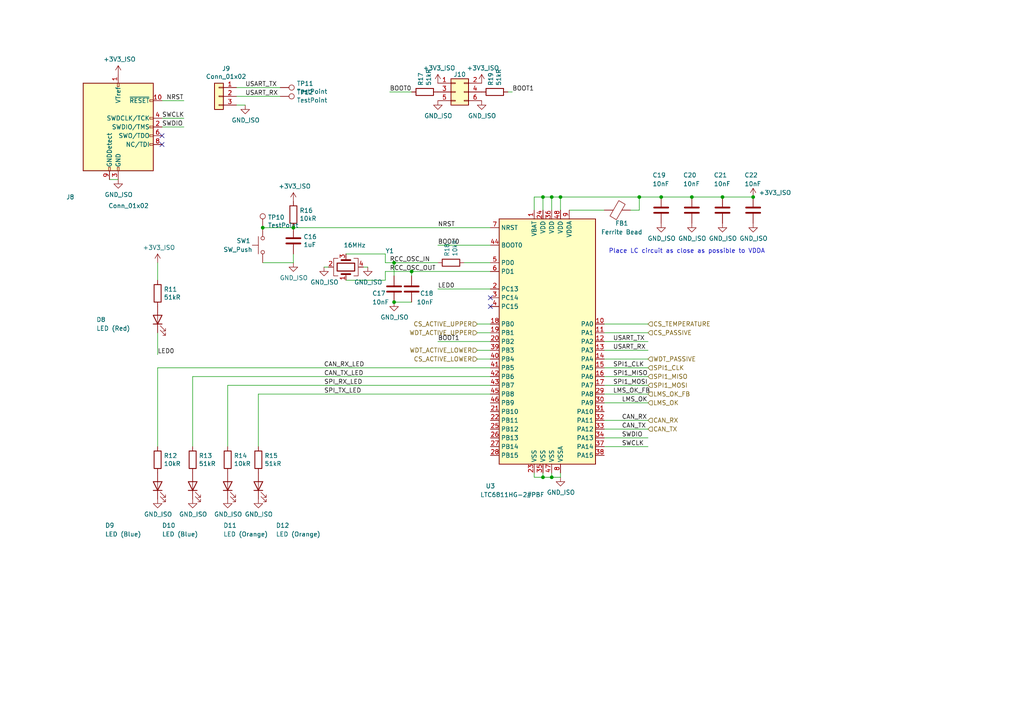
<source format=kicad_sch>
(kicad_sch (version 20211123) (generator eeschema)
  (paper "A4")
  (lib_symbols
    (symbol "+3V3_ISO_1" (power) (pin_names (offset 0))
      (property "Value" "+3V3_ISO_1" (at 0 3.556 0))
      (symbol "+3V3_ISO_1_0_1"
        (polyline (pts (xy -0.762 1.27) (xy 0 2.54)))
        (polyline (pts (xy 0 0) (xy 0 2.54)))
        (polyline (pts (xy 0 2.54) (xy 0.762 1.27)))
      )
      (symbol "+3V3_ISO_1_1_1"
        (pin power_in line (at 0 0 90) (length 0) hide (name "+3V3_ISO") (number "1"))
      )
    )
    (symbol "+3V3_ISO_2" (power) (pin_names (offset 0))
      (property "Value" "+3V3_ISO_2" (at 0 3.556 0))
      (symbol "+3V3_ISO_2_0_1"
        (polyline (pts (xy -0.762 1.27) (xy 0 2.54)))
        (polyline (pts (xy 0 0) (xy 0 2.54)))
        (polyline (pts (xy 0 2.54) (xy 0.762 1.27)))
      )
      (symbol "+3V3_ISO_2_1_1"
        (pin power_in line (at 0 0 90) (length 0) hide (name "+3V3_ISO") (number "1"))
      )
    )
    (symbol "+3V3_ISO_3" (power) (pin_names (offset 0))
      (property "Value" "+3V3_ISO_3" (at 0 3.556 0))
      (symbol "+3V3_ISO_3_0_1"
        (polyline (pts (xy -0.762 1.27) (xy 0 2.54)))
        (polyline (pts (xy 0 0) (xy 0 2.54)))
        (polyline (pts (xy 0 2.54) (xy 0.762 1.27)))
      )
      (symbol "+3V3_ISO_3_1_1"
        (pin power_in line (at 0 0 90) (length 0) hide (name "+3V3_ISO") (number "1"))
      )
    )
    (symbol "+3V3_ISO_4" (power) (pin_names (offset 0))
      (property "Value" "+3V3_ISO_4" (at 0 3.556 0))
      (symbol "+3V3_ISO_4_0_1"
        (polyline (pts (xy -0.762 1.27) (xy 0 2.54)))
        (polyline (pts (xy 0 0) (xy 0 2.54)))
        (polyline (pts (xy 0 2.54) (xy 0.762 1.27)))
      )
      (symbol "+3V3_ISO_4_1_1"
        (pin power_in line (at 0 0 90) (length 0) hide (name "+3V3_ISO") (number "1"))
      )
    )
    (symbol "+3v3_iso:+3V3_ISO" (power) (pin_names (offset 0))
      (property "Value" "+3V3_ISO" (at 0 3.556 0))
      (symbol "+3V3_ISO_0_1"
        (polyline (pts (xy -0.762 1.27) (xy 0 2.54)))
        (polyline (pts (xy 0 0) (xy 0 2.54)))
        (polyline (pts (xy 0 2.54) (xy 0.762 1.27)))
      )
      (symbol "+3V3_ISO_1_1"
        (pin power_in line (at 0 0 90) (length 0) hide (name "+3V3_ISO") (number "1"))
      )
    )
    (symbol "Connector:Conn_ARM_JTAG_SWD_10" (pin_names (offset 1.016))
      (property "Reference" "J" (at -2.54 16.51 0))
      (property "Value" "Conn_ARM_JTAG_SWD_10" (at -2.54 13.97 0))
      (symbol "Conn_ARM_JTAG_SWD_10_0_1"
        (rectangle (start -10.16 12.7) (end 10.16 -12.7) (stroke (width 0.254)) (fill (type background)))
        (rectangle (start -2.794 -12.7) (end -2.286 -11.684))
        (rectangle (start -0.254 -12.7) (end 0.254 -11.684))
        (rectangle (start -0.254 12.7) (end 0.254 11.684))
        (rectangle (start 9.144 2.286) (end 10.16 2.794))
        (rectangle (start 10.16 -2.794) (end 9.144 -2.286))
        (rectangle (start 10.16 -0.254) (end 9.144 0.254))
        (rectangle (start 10.16 7.874) (end 9.144 7.366))
      )
      (symbol "Conn_ARM_JTAG_SWD_10_1_1"
        (rectangle (start 9.144 -5.334) (end 10.16 -4.826))
        (pin power_in line (at 0 15.24 270) (length 2.54) (name "VTref") (number "1"))
        (pin open_collector line (at 12.7 7.62 180) (length 2.54) (name "~{RESET}") (number "10"))
        (pin bidirectional line (at 12.7 0 180) (length 2.54) (name "SWDIO/TMS") (number "2"))
        (pin power_in line (at 0 -15.24 90) (length 2.54) (name "GND") (number "3"))
        (pin output line (at 12.7 2.54 180) (length 2.54) (name "SWDCLK/TCK") (number "4"))
        (pin passive line (at 0 -15.24 90) (length 2.54) hide (name "GND") (number "5"))
        (pin input line (at 12.7 -2.54 180) (length 2.54) (name "SWO/TDO") (number "6"))
        (pin no_connect line (at -10.16 0 0) (length 2.54) hide (name "KEY") (number "7"))
        (pin output line (at 12.7 -5.08 180) (length 2.54) (name "NC/TDI") (number "8"))
        (pin passive line (at -2.54 -15.24 90) (length 2.54) (name "GNDDetect") (number "9"))
      )
    )
    (symbol "Connector:TestPoint" (pin_numbers hide) (pin_names (offset 0.762) hide)
      (property "Reference" "TP" (at 0 6.858 0))
      (property "Value" "TestPoint" (at 0 5.08 0))
      (symbol "TestPoint_0_1"
        (circle (center 0 3.302) (radius 0.762))
      )
      (symbol "TestPoint_1_1"
        (pin passive line (at 0 0 90) (length 2.54) (name "1") (number "1"))
      )
    )
    (symbol "Connector_Generic:Conn_01x03" (pin_names (offset 1.016) hide)
      (property "Reference" "J" (at 0 5.08 0))
      (property "Value" "Conn_01x03" (at 0 -5.08 0))
      (symbol "Conn_01x03_1_1"
        (rectangle (start -1.27 -2.413) (end 0 -2.667) (stroke (width 0.1524)))
        (rectangle (start -1.27 0.127) (end 0 -0.127) (stroke (width 0.1524)))
        (rectangle (start -1.27 2.667) (end 0 2.413) (stroke (width 0.1524)))
        (rectangle (start -1.27 3.81) (end 1.27 -3.81) (stroke (width 0.254)) (fill (type background)))
        (pin passive line (at -5.08 2.54 0) (length 3.81) (name "Pin_1") (number "1"))
        (pin passive line (at -5.08 0 0) (length 3.81) (name "Pin_2") (number "2"))
        (pin passive line (at -5.08 -2.54 0) (length 3.81) (name "Pin_3") (number "3"))
      )
    )
    (symbol "Connector_Generic:Conn_02x03_Odd_Even" (pin_names (offset 1.016) hide)
      (property "Reference" "J" (at 1.27 5.08 0))
      (property "Value" "Conn_02x03_Odd_Even" (at 1.27 -5.08 0))
      (symbol "Conn_02x03_Odd_Even_1_1"
        (rectangle (start -1.27 -2.413) (end 0 -2.667) (stroke (width 0.1524)))
        (rectangle (start -1.27 0.127) (end 0 -0.127) (stroke (width 0.1524)))
        (rectangle (start -1.27 2.667) (end 0 2.413) (stroke (width 0.1524)))
        (rectangle (start -1.27 3.81) (end 3.81 -3.81) (stroke (width 0.254)) (fill (type background)))
        (rectangle (start 3.81 -2.413) (end 2.54 -2.667) (stroke (width 0.1524)))
        (rectangle (start 3.81 0.127) (end 2.54 -0.127) (stroke (width 0.1524)))
        (rectangle (start 3.81 2.667) (end 2.54 2.413) (stroke (width 0.1524)))
        (pin passive line (at -5.08 2.54 0) (length 3.81) (name "Pin_1") (number "1"))
        (pin passive line (at 7.62 2.54 180) (length 3.81) (name "Pin_2") (number "2"))
        (pin passive line (at -5.08 0 0) (length 3.81) (name "Pin_3") (number "3"))
        (pin passive line (at 7.62 0 180) (length 3.81) (name "Pin_4") (number "4"))
        (pin passive line (at -5.08 -2.54 0) (length 3.81) (name "Pin_5") (number "5"))
        (pin passive line (at 7.62 -2.54 180) (length 3.81) (name "Pin_6") (number "6"))
      )
    )
    (symbol "Device:C" (pin_numbers hide) (pin_names (offset 0.254))
      (property "Reference" "C" (at 0.635 2.54 0))
      (property "Value" "C" (at 0.635 -2.54 0))
      (symbol "C_0_1"
        (polyline (pts (xy -2.032 -0.762) (xy 2.032 -0.762)) (stroke (width 0.508)))
        (polyline (pts (xy -2.032 0.762) (xy 2.032 0.762)) (stroke (width 0.508)))
      )
      (symbol "C_1_1"
        (pin passive line (at 0 3.81 270) (length 2.794) (name "~") (number "1"))
        (pin passive line (at 0 -3.81 90) (length 2.794) (name "~") (number "2"))
      )
    )
    (symbol "Device:Crystal_GND24" (pin_names (offset 1.016) hide)
      (property "Reference" "Y" (at 3.175 5.08 0))
      (property "Value" "Crystal_GND24" (at 3.175 3.175 0))
      (symbol "Crystal_GND24_0_1"
        (rectangle (start -1.143 2.54) (end 1.143 -2.54) (stroke (width 0.3048)))
        (polyline (pts (xy -2.54 0) (xy -2.032 0)))
        (polyline (pts (xy -2.032 -1.27) (xy -2.032 1.27)) (stroke (width 0.508)))
        (polyline (pts (xy 0 -3.81) (xy 0 -3.556)))
        (polyline (pts (xy 0 3.556) (xy 0 3.81)))
        (polyline (pts (xy 2.032 -1.27) (xy 2.032 1.27)) (stroke (width 0.508)))
        (polyline (pts (xy 2.032 0) (xy 2.54 0)))
        (polyline (pts (xy -2.54 -2.286) (xy -2.54 -3.556) (xy 2.54 -3.556) (xy 2.54 -2.286)))
        (polyline (pts (xy -2.54 2.286) (xy -2.54 3.556) (xy 2.54 3.556) (xy 2.54 2.286)))
      )
      (symbol "Crystal_GND24_1_1"
        (pin passive line (at -3.81 0 0) (length 1.27) (name "1") (number "1"))
        (pin passive line (at 0 5.08 270) (length 1.27) (name "2") (number "2"))
        (pin passive line (at 3.81 0 180) (length 1.27) (name "3") (number "3"))
        (pin passive line (at 0 -5.08 90) (length 1.27) (name "4") (number "4"))
      )
    )
    (symbol "Device:FerriteBead" (pin_numbers hide) (pin_names (offset 0))
      (property "Reference" "FB" (at -3.81 0.635 90))
      (property "Value" "FerriteBead" (at 3.81 0 90))
      (symbol "FerriteBead_0_1"
        (polyline (pts (xy 0 -1.27) (xy 0 -1.2192)))
        (polyline (pts (xy 0 1.27) (xy 0 1.2954)))
        (polyline (pts (xy -2.7686 0.4064) (xy -1.7018 2.2606) (xy 2.7686 -0.3048) (xy 1.6764 -2.159) (xy -2.7686 0.4064)))
      )
      (symbol "FerriteBead_1_1"
        (pin passive line (at 0 3.81 270) (length 2.54) (name "~") (number "1"))
        (pin passive line (at 0 -3.81 90) (length 2.54) (name "~") (number "2"))
      )
    )
    (symbol "Device:LED" (pin_numbers hide) (pin_names (offset 1.016) hide)
      (property "Reference" "D" (at 0 2.54 0))
      (property "Value" "LED" (at 0 -2.54 0))
      (symbol "LED_0_1"
        (polyline (pts (xy -1.27 -1.27) (xy -1.27 1.27)) (stroke (width 0.254)))
        (polyline (pts (xy -1.27 0) (xy 1.27 0)))
        (polyline (pts (xy 1.27 -1.27) (xy 1.27 1.27) (xy -1.27 0) (xy 1.27 -1.27)) (stroke (width 0.254)))
        (polyline (pts (xy -3.048 -0.762) (xy -4.572 -2.286) (xy -3.81 -2.286) (xy -4.572 -2.286) (xy -4.572 -1.524)))
        (polyline (pts (xy -1.778 -0.762) (xy -3.302 -2.286) (xy -2.54 -2.286) (xy -3.302 -2.286) (xy -3.302 -1.524)))
      )
      (symbol "LED_1_1"
        (pin passive line (at -3.81 0 0) (length 2.54) (name "K") (number "1"))
        (pin passive line (at 3.81 0 180) (length 2.54) (name "A") (number "2"))
      )
    )
    (symbol "Device:R" (pin_numbers hide) (pin_names (offset 0))
      (property "Reference" "R" (at 2.032 0 90))
      (property "Value" "R" (at 0 0 90))
      (symbol "R_0_1"
        (rectangle (start -1.016 -2.54) (end 1.016 2.54) (stroke (width 0.254)))
      )
      (symbol "R_1_1"
        (pin passive line (at 0 3.81 270) (length 1.27) (name "~") (number "1"))
        (pin passive line (at 0 -3.81 90) (length 1.27) (name "~") (number "2"))
      )
    )
    (symbol "GND_ISO_1" (power) (pin_names (offset 0))
      (property "Value" "GND_ISO_1" (at 0 -3.81 0))
      (symbol "GND_ISO_1_0_1"
        (polyline (pts (xy 0 0) (xy 0 -1.27) (xy 1.27 -1.27) (xy 0 -2.54) (xy -1.27 -1.27) (xy 0 -1.27)))
      )
      (symbol "GND_ISO_1_1_1"
        (pin power_in line (at 0 0 270) (length 0) hide (name "GND_ISO") (number "1"))
      )
    )
    (symbol "GND_ISO_10" (power) (pin_names (offset 0))
      (property "Value" "GND_ISO_10" (at 0 -3.81 0))
      (symbol "GND_ISO_10_0_1"
        (polyline (pts (xy 0 0) (xy 0 -1.27) (xy 1.27 -1.27) (xy 0 -2.54) (xy -1.27 -1.27) (xy 0 -1.27)))
      )
      (symbol "GND_ISO_10_1_1"
        (pin power_in line (at 0 0 270) (length 0) hide (name "GND_ISO") (number "1"))
      )
    )
    (symbol "GND_ISO_11" (power) (pin_names (offset 0))
      (property "Value" "GND_ISO_11" (at 0 -3.81 0))
      (symbol "GND_ISO_11_0_1"
        (polyline (pts (xy 0 0) (xy 0 -1.27) (xy 1.27 -1.27) (xy 0 -2.54) (xy -1.27 -1.27) (xy 0 -1.27)))
      )
      (symbol "GND_ISO_11_1_1"
        (pin power_in line (at 0 0 270) (length 0) hide (name "GND_ISO") (number "1"))
      )
    )
    (symbol "GND_ISO_12" (power) (pin_names (offset 0))
      (property "Value" "GND_ISO_12" (at 0 -3.81 0))
      (symbol "GND_ISO_12_0_1"
        (polyline (pts (xy 0 0) (xy 0 -1.27) (xy 1.27 -1.27) (xy 0 -2.54) (xy -1.27 -1.27) (xy 0 -1.27)))
      )
      (symbol "GND_ISO_12_1_1"
        (pin power_in line (at 0 0 270) (length 0) hide (name "GND_ISO") (number "1"))
      )
    )
    (symbol "GND_ISO_13" (power) (pin_names (offset 0))
      (property "Value" "GND_ISO_13" (at 0 -3.81 0))
      (symbol "GND_ISO_13_0_1"
        (polyline (pts (xy 0 0) (xy 0 -1.27) (xy 1.27 -1.27) (xy 0 -2.54) (xy -1.27 -1.27) (xy 0 -1.27)))
      )
      (symbol "GND_ISO_13_1_1"
        (pin power_in line (at 0 0 270) (length 0) hide (name "GND_ISO") (number "1"))
      )
    )
    (symbol "GND_ISO_14" (power) (pin_names (offset 0))
      (property "Value" "GND_ISO_14" (at 0 -3.81 0))
      (symbol "GND_ISO_14_0_1"
        (polyline (pts (xy 0 0) (xy 0 -1.27) (xy 1.27 -1.27) (xy 0 -2.54) (xy -1.27 -1.27) (xy 0 -1.27)))
      )
      (symbol "GND_ISO_14_1_1"
        (pin power_in line (at 0 0 270) (length 0) hide (name "GND_ISO") (number "1"))
      )
    )
    (symbol "GND_ISO_16" (power) (pin_names (offset 0))
      (property "Value" "GND_ISO_16" (at 0 -3.81 0))
      (symbol "GND_ISO_16_0_1"
        (polyline (pts (xy 0 0) (xy 0 -1.27) (xy 1.27 -1.27) (xy 0 -2.54) (xy -1.27 -1.27) (xy 0 -1.27)))
      )
      (symbol "GND_ISO_16_1_1"
        (pin power_in line (at 0 0 270) (length 0) hide (name "GND_ISO") (number "1"))
      )
    )
    (symbol "GND_ISO_17" (power) (pin_names (offset 0))
      (property "Value" "GND_ISO_17" (at 0 -3.81 0))
      (symbol "GND_ISO_17_0_1"
        (polyline (pts (xy 0 0) (xy 0 -1.27) (xy 1.27 -1.27) (xy 0 -2.54) (xy -1.27 -1.27) (xy 0 -1.27)))
      )
      (symbol "GND_ISO_17_1_1"
        (pin power_in line (at 0 0 270) (length 0) hide (name "GND_ISO") (number "1"))
      )
    )
    (symbol "GND_ISO_2" (power) (pin_names (offset 0))
      (property "Value" "GND_ISO_2" (at 0 -3.81 0))
      (symbol "GND_ISO_2_0_1"
        (polyline (pts (xy 0 0) (xy 0 -1.27) (xy 1.27 -1.27) (xy 0 -2.54) (xy -1.27 -1.27) (xy 0 -1.27)))
      )
      (symbol "GND_ISO_2_1_1"
        (pin power_in line (at 0 0 270) (length 0) hide (name "GND_ISO") (number "1"))
      )
    )
    (symbol "GND_ISO_3" (power) (pin_names (offset 0))
      (property "Value" "GND_ISO_3" (at 0 -3.81 0))
      (symbol "GND_ISO_3_0_1"
        (polyline (pts (xy 0 0) (xy 0 -1.27) (xy 1.27 -1.27) (xy 0 -2.54) (xy -1.27 -1.27) (xy 0 -1.27)))
      )
      (symbol "GND_ISO_3_1_1"
        (pin power_in line (at 0 0 270) (length 0) hide (name "GND_ISO") (number "1"))
      )
    )
    (symbol "GND_ISO_4" (power) (pin_names (offset 0))
      (property "Value" "GND_ISO_4" (at 0 -3.81 0))
      (symbol "GND_ISO_4_0_1"
        (polyline (pts (xy 0 0) (xy 0 -1.27) (xy 1.27 -1.27) (xy 0 -2.54) (xy -1.27 -1.27) (xy 0 -1.27)))
      )
      (symbol "GND_ISO_4_1_1"
        (pin power_in line (at 0 0 270) (length 0) hide (name "GND_ISO") (number "1"))
      )
    )
    (symbol "GND_ISO_5" (power) (pin_names (offset 0))
      (property "Value" "GND_ISO_5" (at 0 -3.81 0))
      (symbol "GND_ISO_5_0_1"
        (polyline (pts (xy 0 0) (xy 0 -1.27) (xy 1.27 -1.27) (xy 0 -2.54) (xy -1.27 -1.27) (xy 0 -1.27)))
      )
      (symbol "GND_ISO_5_1_1"
        (pin power_in line (at 0 0 270) (length 0) hide (name "GND_ISO") (number "1"))
      )
    )
    (symbol "GND_ISO_6" (power) (pin_names (offset 0))
      (property "Value" "GND_ISO_6" (at 0 -3.81 0))
      (symbol "GND_ISO_6_0_1"
        (polyline (pts (xy 0 0) (xy 0 -1.27) (xy 1.27 -1.27) (xy 0 -2.54) (xy -1.27 -1.27) (xy 0 -1.27)))
      )
      (symbol "GND_ISO_6_1_1"
        (pin power_in line (at 0 0 270) (length 0) hide (name "GND_ISO") (number "1"))
      )
    )
    (symbol "GND_ISO_7" (power) (pin_names (offset 0))
      (property "Value" "GND_ISO_7" (at 0 -3.81 0))
      (symbol "GND_ISO_7_0_1"
        (polyline (pts (xy 0 0) (xy 0 -1.27) (xy 1.27 -1.27) (xy 0 -2.54) (xy -1.27 -1.27) (xy 0 -1.27)))
      )
      (symbol "GND_ISO_7_1_1"
        (pin power_in line (at 0 0 270) (length 0) hide (name "GND_ISO") (number "1"))
      )
    )
    (symbol "GND_ISO_8" (power) (pin_names (offset 0))
      (property "Value" "GND_ISO_8" (at 0 -3.81 0))
      (symbol "GND_ISO_8_0_1"
        (polyline (pts (xy 0 0) (xy 0 -1.27) (xy 1.27 -1.27) (xy 0 -2.54) (xy -1.27 -1.27) (xy 0 -1.27)))
      )
      (symbol "GND_ISO_8_1_1"
        (pin power_in line (at 0 0 270) (length 0) hide (name "GND_ISO") (number "1"))
      )
    )
    (symbol "GND_ISO_9" (power) (pin_names (offset 0))
      (property "Value" "GND_ISO_9" (at 0 -3.81 0))
      (symbol "GND_ISO_9_0_1"
        (polyline (pts (xy 0 0) (xy 0 -1.27) (xy 1.27 -1.27) (xy 0 -2.54) (xy -1.27 -1.27) (xy 0 -1.27)))
      )
      (symbol "GND_ISO_9_1_1"
        (pin power_in line (at 0 0 270) (length 0) hide (name "GND_ISO") (number "1"))
      )
    )
    (symbol "MCU_ST_STM32F1:STM32F103C8Tx"
      (property "Reference" "U" (at -15.24 36.83 0))
      (property "Value" "STM32F103C8Tx" (at 7.62 36.83 0))
      (symbol "STM32F103C8Tx_0_1"
        (rectangle (start -15.24 -35.56) (end 12.7 35.56) (stroke (width 0.254)) (fill (type background)))
      )
      (symbol "STM32F103C8Tx_1_1"
        (pin power_in line (at -5.08 38.1 270) (length 2.54) (name "VBAT") (number "1"))
        (pin bidirectional line (at 15.24 5.08 180) (length 2.54) (name "PA0") (number "10"))
        (pin bidirectional line (at 15.24 2.54 180) (length 2.54) (name "PA1") (number "11"))
        (pin bidirectional line (at 15.24 0 180) (length 2.54) (name "PA2") (number "12"))
        (pin bidirectional line (at 15.24 -2.54 180) (length 2.54) (name "PA3") (number "13"))
        (pin bidirectional line (at 15.24 -5.08 180) (length 2.54) (name "PA4") (number "14"))
        (pin bidirectional line (at 15.24 -7.62 180) (length 2.54) (name "PA5") (number "15"))
        (pin bidirectional line (at 15.24 -10.16 180) (length 2.54) (name "PA6") (number "16"))
        (pin bidirectional line (at 15.24 -12.7 180) (length 2.54) (name "PA7") (number "17"))
        (pin bidirectional line (at -17.78 5.08 0) (length 2.54) (name "PB0") (number "18"))
        (pin bidirectional line (at -17.78 2.54 0) (length 2.54) (name "PB1") (number "19"))
        (pin bidirectional line (at -17.78 15.24 0) (length 2.54) (name "PC13") (number "2"))
        (pin bidirectional line (at -17.78 0 0) (length 2.54) (name "PB2") (number "20"))
        (pin bidirectional line (at -17.78 -20.32 0) (length 2.54) (name "PB10") (number "21"))
        (pin bidirectional line (at -17.78 -22.86 0) (length 2.54) (name "PB11") (number "22"))
        (pin power_in line (at -5.08 -38.1 90) (length 2.54) (name "VSS") (number "23"))
        (pin power_in line (at -2.54 38.1 270) (length 2.54) (name "VDD") (number "24"))
        (pin bidirectional line (at -17.78 -25.4 0) (length 2.54) (name "PB12") (number "25"))
        (pin bidirectional line (at -17.78 -27.94 0) (length 2.54) (name "PB13") (number "26"))
        (pin bidirectional line (at -17.78 -30.48 0) (length 2.54) (name "PB14") (number "27"))
        (pin bidirectional line (at -17.78 -33.02 0) (length 2.54) (name "PB15") (number "28"))
        (pin bidirectional line (at 15.24 -15.24 180) (length 2.54) (name "PA8") (number "29"))
        (pin bidirectional line (at -17.78 12.7 0) (length 2.54) (name "PC14") (number "3"))
        (pin bidirectional line (at 15.24 -17.78 180) (length 2.54) (name "PA9") (number "30"))
        (pin bidirectional line (at 15.24 -20.32 180) (length 2.54) (name "PA10") (number "31"))
        (pin bidirectional line (at 15.24 -22.86 180) (length 2.54) (name "PA11") (number "32"))
        (pin bidirectional line (at 15.24 -25.4 180) (length 2.54) (name "PA12") (number "33"))
        (pin bidirectional line (at 15.24 -27.94 180) (length 2.54) (name "PA13") (number "34"))
        (pin power_in line (at -2.54 -38.1 90) (length 2.54) (name "VSS") (number "35"))
        (pin power_in line (at 0 38.1 270) (length 2.54) (name "VDD") (number "36"))
        (pin bidirectional line (at 15.24 -30.48 180) (length 2.54) (name "PA14") (number "37"))
        (pin bidirectional line (at 15.24 -33.02 180) (length 2.54) (name "PA15") (number "38"))
        (pin bidirectional line (at -17.78 -2.54 0) (length 2.54) (name "PB3") (number "39"))
        (pin bidirectional line (at -17.78 10.16 0) (length 2.54) (name "PC15") (number "4"))
        (pin bidirectional line (at -17.78 -5.08 0) (length 2.54) (name "PB4") (number "40"))
        (pin bidirectional line (at -17.78 -7.62 0) (length 2.54) (name "PB5") (number "41"))
        (pin bidirectional line (at -17.78 -10.16 0) (length 2.54) (name "PB6") (number "42"))
        (pin bidirectional line (at -17.78 -12.7 0) (length 2.54) (name "PB7") (number "43"))
        (pin input line (at -17.78 27.94 0) (length 2.54) (name "BOOT0") (number "44"))
        (pin bidirectional line (at -17.78 -15.24 0) (length 2.54) (name "PB8") (number "45"))
        (pin bidirectional line (at -17.78 -17.78 0) (length 2.54) (name "PB9") (number "46"))
        (pin power_in line (at 0 -38.1 90) (length 2.54) (name "VSS") (number "47"))
        (pin power_in line (at 2.54 38.1 270) (length 2.54) (name "VDD") (number "48"))
        (pin input line (at -17.78 22.86 0) (length 2.54) (name "PD0") (number "5"))
        (pin input line (at -17.78 20.32 0) (length 2.54) (name "PD1") (number "6"))
        (pin input line (at -17.78 33.02 0) (length 2.54) (name "NRST") (number "7"))
        (pin power_in line (at 2.54 -38.1 90) (length 2.54) (name "VSSA") (number "8"))
        (pin power_in line (at 5.08 38.1 270) (length 2.54) (name "VDDA") (number "9"))
      )
    )
    (symbol "Switch:SW_Push" (pin_numbers hide) (pin_names (offset 1.016) hide)
      (property "Reference" "SW" (at 1.27 2.54 0))
      (property "Value" "SW_Push" (at 0 -1.524 0))
      (symbol "SW_Push_0_1"
        (circle (center -2.032 0) (radius 0.508))
        (polyline (pts (xy 0 1.27) (xy 0 3.048)))
        (polyline (pts (xy 2.54 1.27) (xy -2.54 1.27)))
        (circle (center 2.032 0) (radius 0.508))
        (pin passive line (at -5.08 0 0) (length 2.54) (name "1") (number "1"))
        (pin passive line (at 5.08 0 180) (length 2.54) (name "2") (number "2"))
      )
    )
    (symbol "gnd_iso:GND_ISO" (power) (pin_names (offset 0))
      (property "Value" "GND_ISO" (at 0 -3.81 0))
      (symbol "GND_ISO_0_1"
        (polyline (pts (xy 0 0) (xy 0 -1.27) (xy 1.27 -1.27) (xy 0 -2.54) (xy -1.27 -1.27) (xy 0 -1.27)))
      )
      (symbol "GND_ISO_1_1"
        (pin power_in line (at 0 0 270) (length 0) hide (name "GND_ISO") (number "1"))
      )
    )
  )
  (junction (at 160.02 138.43))
  (junction (at 191.77 57.15))
  (junction (at 76.2 66.04))
  (junction (at 85.09 66.04))
  (junction (at 162.56 57.15))
  (junction (at 157.48 138.43))
  (junction (at 218.44 57.15))
  (junction (at 157.48 57.15))
  (junction (at 160.02 57.15))
  (junction (at 209.55 57.15))
  (junction (at 200.66 57.15))
  (junction (at 119.38 78.74))
  (junction (at 114.3 87.63))
  (junction (at 185.42 57.15))
  (junction (at 114.3 76.2))
  (no_connect (at 142.24 86.36))
  (no_connect (at 142.24 88.9))
  (no_connect (at 46.99 41.91))
  (no_connect (at 46.99 39.37))
  (wire (pts (xy 175.26 129.54) (xy 187.96 129.54)))
  (wire (pts (xy 147.32 26.67) (xy 148.59 26.67)))
  (wire (pts (xy 55.88 109.22) (xy 142.24 109.22)))
  (wire (pts (xy 162.56 137.16) (xy 162.56 138.43)))
  (wire (pts (xy 66.04 111.76) (xy 66.04 129.54)))
  (wire (pts (xy 111.76 73.66) (xy 100.33 73.66)))
  (wire (pts (xy 45.72 76.2) (xy 45.72 81.28)))
  (wire (pts (xy 113.03 26.67) (xy 119.38 26.67)))
  (wire (pts (xy 111.76 81.28) (xy 111.76 78.74)))
  (wire (pts (xy 45.72 106.68) (xy 142.24 106.68)))
  (wire (pts (xy 162.56 57.15) (xy 160.02 57.15)))
  (wire (pts (xy 76.2 76.2) (xy 85.09 76.2)))
  (wire (pts (xy 46.99 29.21) (xy 53.34 29.21)))
  (wire (pts (xy 160.02 60.96) (xy 160.02 57.15)))
  (wire (pts (xy 175.26 121.92) (xy 187.96 121.92)))
  (wire (pts (xy 191.77 57.15) (xy 200.66 57.15)))
  (wire (pts (xy 209.55 57.15) (xy 218.44 57.15)))
  (wire (pts (xy 74.93 129.54) (xy 74.93 114.3)))
  (wire (pts (xy 55.88 129.54) (xy 55.88 109.22)))
  (wire (pts (xy 160.02 137.16) (xy 160.02 138.43)))
  (wire (pts (xy 157.48 138.43) (xy 160.02 138.43)))
  (wire (pts (xy 160.02 57.15) (xy 157.48 57.15)))
  (wire (pts (xy 187.96 109.22) (xy 175.26 109.22)))
  (wire (pts (xy 68.58 25.4) (xy 81.28 25.4)))
  (wire (pts (xy 175.26 111.76) (xy 187.96 111.76)))
  (wire (pts (xy 134.62 76.2) (xy 142.24 76.2)))
  (wire (pts (xy 157.48 137.16) (xy 157.48 138.43)))
  (wire (pts (xy 85.09 66.04) (xy 142.24 66.04)))
  (wire (pts (xy 154.94 137.16) (xy 154.94 138.43)))
  (wire (pts (xy 127 71.12) (xy 142.24 71.12)))
  (wire (pts (xy 100.33 81.28) (xy 111.76 81.28)))
  (wire (pts (xy 187.96 114.3) (xy 175.26 114.3)))
  (wire (pts (xy 68.58 27.94) (xy 81.28 27.94)))
  (wire (pts (xy 46.99 36.83) (xy 53.34 36.83)))
  (wire (pts (xy 68.58 30.48) (xy 71.12 30.48)))
  (wire (pts (xy 106.68 77.47) (xy 105.41 77.47)))
  (wire (pts (xy 142.24 111.76) (xy 66.04 111.76)))
  (wire (pts (xy 114.3 76.2) (xy 114.3 80.01)))
  (wire (pts (xy 138.43 96.52) (xy 142.24 96.52)))
  (wire (pts (xy 31.75 52.07) (xy 34.29 52.07)))
  (wire (pts (xy 114.3 76.2) (xy 127 76.2)))
  (wire (pts (xy 157.48 60.96) (xy 157.48 57.15)))
  (wire (pts (xy 175.26 101.6) (xy 187.96 101.6)))
  (wire (pts (xy 127 99.06) (xy 142.24 99.06)))
  (wire (pts (xy 187.96 93.98) (xy 175.26 93.98)))
  (wire (pts (xy 138.43 93.98) (xy 142.24 93.98)))
  (wire (pts (xy 185.42 57.15) (xy 191.77 57.15)))
  (wire (pts (xy 45.72 106.68) (xy 45.72 129.54)))
  (wire (pts (xy 182.88 60.96) (xy 185.42 60.96)))
  (wire (pts (xy 93.98 77.47) (xy 95.25 77.47)))
  (wire (pts (xy 175.26 60.96) (xy 165.1 60.96)))
  (wire (pts (xy 114.3 87.63) (xy 119.38 87.63)))
  (wire (pts (xy 45.72 96.52) (xy 45.72 102.87)))
  (wire (pts (xy 187.96 104.14) (xy 175.26 104.14)))
  (wire (pts (xy 138.43 101.6) (xy 142.24 101.6)))
  (wire (pts (xy 157.48 57.15) (xy 154.94 57.15)))
  (wire (pts (xy 175.26 127) (xy 187.96 127)))
  (wire (pts (xy 138.43 104.14) (xy 142.24 104.14)))
  (wire (pts (xy 119.38 78.74) (xy 142.24 78.74)))
  (wire (pts (xy 85.09 76.2) (xy 85.09 73.66)))
  (wire (pts (xy 74.93 114.3) (xy 142.24 114.3)))
  (wire (pts (xy 111.76 76.2) (xy 114.3 76.2)))
  (wire (pts (xy 200.66 57.15) (xy 209.55 57.15)))
  (wire (pts (xy 119.38 78.74) (xy 119.38 80.01)))
  (wire (pts (xy 46.99 34.29) (xy 53.34 34.29)))
  (wire (pts (xy 187.96 116.84) (xy 175.26 116.84)))
  (wire (pts (xy 160.02 138.43) (xy 162.56 138.43)))
  (wire (pts (xy 175.26 96.52) (xy 187.96 96.52)))
  (wire (pts (xy 175.26 99.06) (xy 187.96 99.06)))
  (wire (pts (xy 111.76 78.74) (xy 119.38 78.74)))
  (wire (pts (xy 111.76 76.2) (xy 111.76 73.66)))
  (wire (pts (xy 162.56 60.96) (xy 162.56 57.15)))
  (wire (pts (xy 154.94 138.43) (xy 157.48 138.43)))
  (wire (pts (xy 175.26 106.68) (xy 187.96 106.68)))
  (wire (pts (xy 154.94 57.15) (xy 154.94 60.96)))
  (wire (pts (xy 142.24 83.82) (xy 127 83.82)))
  (wire (pts (xy 162.56 57.15) (xy 185.42 57.15)))
  (wire (pts (xy 85.09 66.04) (xy 76.2 66.04)))
  (wire (pts (xy 185.42 60.96) (xy 185.42 57.15)))
  (wire (pts (xy 175.26 124.46) (xy 187.96 124.46)))
  (text "Place LC circuit as close as possible to VDDA" (at 176.53 73.66 0) (effects (font (size 1.27 1.27)) (justify left bottom)))
  (label "SWDIO" (at 46.99 36.83 0))
  (label "SPI1_MOSI" (at 177.8 111.76 0))
  (label "CAN_RX" (at 180.34 121.92 0))
  (label "SWCLK" (at 46.99 34.29 0))
  (label "BOOT1" (at 127 99.06 0))
  (label "LED0" (at 127 83.82 0))
  (label "BOOT1" (at 148.59 26.67 0))
  (label "CAN_TX_LED" (at 93.98 109.22 0))
  (label "LMS_OK_FB" (at 177.8 114.3 0))
  (label "RCC_OSC_OUT" (at 113.03 78.74 0))
  (label "BOOT0" (at 113.03 26.67 0))
  (label "LMS_OK" (at 180.34 116.84 0))
  (label "SPI1_CLK" (at 177.8 106.68 0))
  (label "USART_TX" (at 71.12 25.4 0))
  (label "SPI1_MISO" (at 177.8 109.22 0))
  (label "SWCLK" (at 180.34 129.54 0))
  (label "SWDIO" (at 180.34 127 0))
  (label "LED0" (at 45.72 102.87 0))
  (label "CAN_TX" (at 180.34 124.46 0))
  (label "SPI_RX_LED" (at 93.98 111.76 0))
  (label "CAN_RX_LED" (at 93.937 106.68 0))
  (label "USART_TX" (at 177.8 99.06 0))
  (label "NRST" (at 127 66.04 0))
  (label "USART_RX" (at 71.12 27.94 0))
  (label "NRST" (at 48.26 29.21 0))
  (label "RCC_OSC_IN" (at 113.03 76.2 0))
  (label "BOOT0" (at 127 71.12 0))
  (label "SPI_TX_LED" (at 93.98 114.3 0))
  (label "USART_RX" (at 177.8 101.6 0))
  (hierarchical_label "WDT_PASSIVE" (shape input) (at 187.96 104.14 0))
  (hierarchical_label "SPI1_MOSI" (shape input) (at 187.96 111.76 0))
  (hierarchical_label "WDT_ACTIVE_UPPER" (shape input) (at 138.43 96.52 180))
  (hierarchical_label "CS_ACTIVE_UPPER" (shape input) (at 138.43 93.98 180))
  (hierarchical_label "CAN_RX" (shape input) (at 187.96 121.92 0))
  (hierarchical_label "WDT_ACTIVE_LOWER" (shape input) (at 138.43 101.6 180))
  (hierarchical_label "CS_TEMPERATURE" (shape input) (at 187.96 93.98 0))
  (hierarchical_label "CS_ACTIVE_LOWER" (shape input) (at 138.43 104.14 180))
  (hierarchical_label "SPI1_MISO" (shape input) (at 187.96 109.22 0))
  (hierarchical_label "CS_PASSIVE" (shape input) (at 187.96 96.52 0))
  (hierarchical_label "LMS_OK_FB" (shape input) (at 187.96 114.3 0))
  (hierarchical_label "LMS_OK" (shape input) (at 187.96 116.84 0))
  (hierarchical_label "SPI1_CLK" (shape input) (at 187.96 106.68 0))
  (hierarchical_label "CAN_TX" (shape input) (at 187.96 124.46 0))
  (symbol (lib_id "MCU_ST_STM32F1:STM32F103C8Tx") (at 160.02 99.06 0) (unit 1)
    (property "Reference" "U3" (at 142.24 140.97 0))
    (property "Value" "LTC6811HG-2#PBF" (at 148.59 143.51 0))
    (property "Footprint" "LTC6811HG-1_PBF:SOP50P780X200-48N" (effects hide))
    (property "Datasheet" "http://www.st.com/st-web-ui/static/active/en/resource/technical/document/datasheet/CD00161566.pdf" (effects hide))
    (property "Part Number" "STM32F103C8Tx" (effects hide))
    (property "Manufacturer" "ST Microelectronics" (effects hide))
    (property "Mouser Part Number" "NOT AVAILABLE!" (effects hide))
    (property "Mouser URL" "NOT AVAILABLE!" (effects hide))
  )
  (symbol (lib_id "Device:FerriteBead") (at 179.07 60.96 270) (unit 1)
    (property "Reference" "FB1" (at 180.34 64.77 90))
    (property "Value" "Ferrite Bead" (at 180.34 67.31 90))
    (property "Footprint" "Inductor_SMD:L_0603_1608Metric_Pad1.05x0.95mm_HandSolder" (effects hide))
    (property "Part Number" "MMZ0603S102HT000" (effects hide))
    (property "Manufacturer" "TDK" (effects hide))
    (property "Mouser Part Number" "810-MMZ0603S102HT000" (effects hide))
    (property "Mouser URL" "https://au.mouser.com/ProductDetail/TDK/MMZ0603S102HT000?qs=sGAEpiMZZMukHu%252BjC5l7YXmIAtxpPm1GoBQpx1Hc8%2F0%3D" (effects hide))
  )
  (symbol (lib_id "Device:C") (at 191.77 60.96 0) (unit 1)
    (property "Reference" "C19" (at 189.23 50.8 0) (effects (justify left)))
    (property "Value" "10nF" (at 189.23 53.34 0) (effects (justify left)))
    (property "Footprint" "Capacitor_SMD:C_0603_1608Metric_Pad1.08x0.95mm_HandSolder" (effects hide))
    (property "Manufacturer" "-" (effects hide))
    (property "Part Number" "-" (effects hide))
  )
  (symbol (lib_id "Device:C") (at 85.09 69.85 0) (unit 1)
    (property "Reference" "C16" (at 88.011 68.6816 0) (effects (justify left)))
    (property "Value" "1uF" (at 88.011 70.993 0) (effects (justify left)))
    (property "Footprint" "Capacitor_SMD:C_0603_1608Metric_Pad1.08x0.95mm_HandSolder" (effects hide))
    (property "Part Number" "-" (effects hide))
    (property "Manufacturer" "-" (effects hide))
  )
  (symbol (lib_id "Device:R") (at 85.09 62.23 0) (unit 1)
    (property "Reference" "R16" (at 86.868 61.0616 0) (effects (justify left)))
    (property "Value" "10kR" (at 86.868 63.373 0) (effects (justify left)))
    (property "Footprint" "Resistor_SMD:R_0603_1608Metric_Pad0.98x0.95mm_HandSolder" (effects hide))
    (property "Part Number" "-" (effects hide))
    (property "Manufacturer" "-" (effects hide))
  )
  (symbol (lib_id "Switch:SW_Push") (at 76.2 71.12 90) (unit 1)
    (property "Reference" "SW1" (at 68.58 69.85 90) (effects (justify right)))
    (property "Value" "SW_Push" (at 64.77 72.39 90) (effects (justify right)))
    (property "Footprint" "Button_Switch_SMD:SW_SPST_SKQG_WithStem" (effects hide))
    (property "Part Number" "TS-1187A-C-D-B" (effects hide))
    (property "Manufacturer" "XKB " (effects hide))
  )
  (symbol (lib_id "Device:LED") (at 45.72 140.97 90) (unit 1)
    (property "Reference" "D9" (at 30.48 152.4 90) (effects (justify right)))
    (property "Value" "LED (Blue)" (at 30.48 154.94 90) (effects (justify right)))
    (property "Footprint" "LED_SMD:LED_0805_2012Metric_Pad1.15x1.40mm_HandSolder" (effects hide))
    (property "Manufacturer" "Lumex" (effects hide))
    (property "Mouser Part Number" "SML-LX0805USBC-TR" (effects hide))
    (property "Mouser URL" "https://au.mouser.com/ProductDetail/Lumex/SML-LX0805USBC-TR?qs=jywnEC9mS4F%2FCvyk4BNITw%3D%3D" (effects hide))
    (property "Part Number" "SML-LX0805USBC-TR" (effects hide))
  )
  (symbol (lib_id "Device:R") (at 45.72 133.35 0) (unit 1)
    (property "Reference" "R12" (at 47.498 132.1816 0) (effects (justify left)))
    (property "Value" "10kR" (at 47.498 134.493 0) (effects (justify left)))
    (property "Footprint" "Resistor_SMD:R_0603_1608Metric_Pad0.98x0.95mm_HandSolder" (effects hide))
    (property "Part Number" "-" (effects hide))
    (property "Manufacturer" "-" (effects hide))
  )
  (symbol (lib_id "Connector:TestPoint") (at 76.2 66.04 0) (unit 1)
    (property "Reference" "TP10" (at 77.6732 63.0428 0) (effects (justify left)))
    (property "Value" "TestPoint" (at 77.6732 65.3542 0) (effects (justify left)))
    (property "Footprint" "custom:TestPoint_Pad_D1.0mm" (effects hide))
    (property "Part Number" "-" (effects hide))
    (property "Manufacturer" "-" (effects hide))
    (property "Mouser Part Number" "-" (effects hide))
    (property "Mouser URL" "-" (effects hide))
  )
  (symbol (lib_id "Connector:Conn_ARM_JTAG_SWD_10") (at 34.29 36.83 0) (unit 1)
    (property "Reference" "J8" (at 21.59 57.15 0) (effects (justify right)))
    (property "Value" "Conn_01x02" (at 43.18 59.69 0) (effects (justify right)))
    (property "Footprint" "Connector_Molex:Molex_Mini-Fit_Jr_5566-02A_2x01_P4.20mm_Vertical" (effects hide))
    (property "Datasheet" "http://infocenter.arm.com/help/topic/com.arm.doc.ddi0314h/DDI0314H_coresight_components_trm.pdf" (effects hide))
    (property "Manufacturer" "Samtec" (effects hide))
    (property "Part Number" "FTSH-105-01-L-DV-007-K " (effects hide))
  )
  (symbol (lib_id "Connector_Generic:Conn_01x03") (at 63.5 27.94 0) (mirror y) (unit 1)
    (property "Reference" "J9" (at 65.5828 19.8882 0))
    (property "Value" "Conn_01x02" (at 65.5828 22.1996 0))
    (property "Footprint" "Connector_PinHeader_2.54mm:PinHeader_1x02_P2.54mm_Vertical" (effects hide))
    (property "Part Number" "-" (effects hide))
    (property "Manufacturer" "-" (effects hide))
  )
  (symbol (lib_id "Connector:TestPoint") (at 81.28 25.4 270) (unit 1)
    (property "Reference" "TP11" (at 86.0552 24.2316 90) (effects (justify left)))
    (property "Value" "TestPoint" (at 86.0552 26.543 90) (effects (justify left)))
    (property "Footprint" "custom:TestPoint_Pad_D1.0mm" (effects hide))
    (property "Part Number" "-" (effects hide))
    (property "Manufacturer" "-" (effects hide))
    (property "Mouser Part Number" "-" (effects hide))
    (property "Mouser URL" "-" (effects hide))
  )
  (symbol (lib_id "Connector:TestPoint") (at 81.28 27.94 270) (unit 1)
    (property "Reference" "TP12" (at 86.0552 26.7716 90) (effects (justify left)))
    (property "Value" "TestPoint" (at 86.0552 29.083 90) (effects (justify left)))
    (property "Footprint" "custom:TestPoint_Pad_D1.0mm" (effects hide))
    (property "Part Number" "-" (effects hide))
    (property "Manufacturer" "-" (effects hide))
    (property "Mouser Part Number" "-" (effects hide))
    (property "Mouser URL" "-" (effects hide))
  )
  (symbol (lib_name "GND_ISO_8") (lib_id "gnd_iso:GND_ISO") (at 162.56 138.43 0) (unit 1)
    (property "Reference" "#PWR042" (effects hide))
    (property "Value" "GND_ISO" (at 162.687 142.8242 0))
  )
  (symbol (lib_name "GND_ISO_13") (lib_id "gnd_iso:GND_ISO") (at 74.93 144.78 0) (unit 1)
    (property "Reference" "#PWR032" (effects hide))
    (property "Value" "GND_ISO" (at 75.057 149.1742 0))
  )
  (symbol (lib_name "GND_ISO_14") (lib_id "gnd_iso:GND_ISO") (at 66.04 144.78 0) (unit 1)
    (property "Reference" "#PWR030" (effects hide))
    (property "Value" "GND_ISO" (at 66.167 149.1742 0))
  )
  (symbol (lib_name "GND_ISO_16") (lib_id "gnd_iso:GND_ISO") (at 55.88 144.78 0) (unit 1)
    (property "Reference" "#PWR029" (effects hide))
    (property "Value" "GND_ISO" (at 56.007 149.1742 0))
  )
  (symbol (lib_name "GND_ISO_17") (lib_id "gnd_iso:GND_ISO") (at 45.72 144.78 0) (unit 1)
    (property "Reference" "#PWR028" (effects hide))
    (property "Value" "GND_ISO" (at 45.847 149.1742 0))
  )
  (symbol (lib_name "GND_ISO_12") (lib_id "gnd_iso:GND_ISO") (at 106.68 77.47 0) (unit 1)
    (property "Reference" "#PWR036" (effects hide))
    (property "Value" "GND_ISO" (at 106.807 81.8642 0))
  )
  (symbol (lib_name "GND_ISO_11") (lib_id "gnd_iso:GND_ISO") (at 93.98 77.47 0) (unit 1)
    (property "Reference" "#PWR035" (effects hide))
    (property "Value" "GND_ISO" (at 94.107 81.8642 0))
  )
  (symbol (lib_name "GND_ISO_6") (lib_id "gnd_iso:GND_ISO") (at 85.09 76.2 0) (unit 1)
    (property "Reference" "#PWR034" (effects hide))
    (property "Value" "GND_ISO" (at 85.217 80.5942 0))
  )
  (symbol (lib_name "GND_ISO_2") (lib_id "gnd_iso:GND_ISO") (at 191.77 64.77 0) (unit 1)
    (property "Reference" "#PWR043" (effects hide))
    (property "Value" "GND_ISO" (at 191.897 69.1642 0))
  )
  (symbol (lib_name "GND_ISO_1") (lib_id "gnd_iso:GND_ISO") (at 200.66 64.77 0) (unit 1)
    (property "Reference" "#PWR044" (effects hide))
    (property "Value" "GND_ISO" (at 200.787 69.1642 0))
  )
  (symbol (lib_name "GND_ISO_3") (lib_id "gnd_iso:GND_ISO") (at 209.55 64.77 0) (unit 1)
    (property "Reference" "#PWR045" (effects hide))
    (property "Value" "GND_ISO" (at 209.677 69.1642 0))
  )
  (symbol (lib_name "GND_ISO_4") (lib_id "gnd_iso:GND_ISO") (at 218.44 64.77 0) (unit 1)
    (property "Reference" "#PWR047" (effects hide))
    (property "Value" "GND_ISO" (at 218.567 69.1642 0))
  )
  (symbol (lib_name "GND_ISO_10") (lib_id "gnd_iso:GND_ISO") (at 34.29 52.07 0) (unit 1)
    (property "Reference" "#PWR026" (effects hide))
    (property "Value" "GND_ISO" (at 34.417 56.4642 0))
  )
  (symbol (lib_name "GND_ISO_9") (lib_id "gnd_iso:GND_ISO") (at 71.12 30.48 0) (unit 1)
    (property "Reference" "#PWR031" (effects hide))
    (property "Value" "GND_ISO" (at 71.247 34.8742 0))
  )
  (symbol (lib_name "+3V3_ISO_1") (lib_id "+3v3_iso:+3V3_ISO") (at 218.44 57.15 0) (unit 1)
    (property "Reference" "#PWR046" (effects hide))
    (property "Value" "+3V3_ISO" (at 224.79 55.88 0))
  )
  (symbol (lib_name "+3V3_ISO_2") (lib_id "+3v3_iso:+3V3_ISO") (at 85.09 58.42 0) (unit 1)
    (property "Reference" "#PWR033" (effects hide))
    (property "Value" "+3V3_ISO" (at 85.471 54.0258 0))
  )
  (symbol (lib_id "+3v3_iso:+3V3_ISO") (at 34.29 21.59 0) (unit 1)
    (property "Reference" "#PWR025" (effects hide))
    (property "Value" "+3V3_ISO" (at 34.671 17.1958 0))
  )
  (symbol (lib_id "Device:C") (at 200.66 60.96 0) (unit 1)
    (property "Reference" "C20" (at 198.12 50.8 0) (effects (justify left)))
    (property "Value" "10nF" (at 198.12 53.34 0) (effects (justify left)))
    (property "Footprint" "Capacitor_SMD:C_0603_1608Metric_Pad1.08x0.95mm_HandSolder" (effects hide))
    (property "Part Number" "-" (effects hide))
    (property "Manufacturer" "-" (effects hide))
  )
  (symbol (lib_id "Device:C") (at 209.55 60.96 0) (unit 1)
    (property "Reference" "C21" (at 207.01 50.8 0) (effects (justify left)))
    (property "Value" "10nF" (at 207.01 53.34 0) (effects (justify left)))
    (property "Footprint" "Capacitor_SMD:C_0603_1608Metric_Pad1.08x0.95mm_HandSolder" (effects hide))
    (property "Part Number" "-" (effects hide))
    (property "Manufacturer" "-" (effects hide))
  )
  (symbol (lib_id "Device:C") (at 218.44 60.96 0) (unit 1)
    (property "Reference" "C22" (at 215.9 50.8 0) (effects (justify left)))
    (property "Value" "10nF" (at 215.9 53.34 0) (effects (justify left)))
    (property "Footprint" "Capacitor_SMD:C_0603_1608Metric_Pad1.08x0.95mm_HandSolder" (effects hide))
    (property "Part Number" "-" (effects hide))
    (property "Manufacturer" "-" (effects hide))
  )
  (symbol (lib_id "Device:R") (at 55.88 133.35 0) (unit 1)
    (property "Reference" "R13" (at 57.658 132.1816 0) (effects (justify left)))
    (property "Value" "51kR" (at 57.658 134.493 0) (effects (justify left)))
    (property "Footprint" "Resistor_SMD:R_0603_1608Metric_Pad0.98x0.95mm_HandSolder" (effects hide))
    (property "Part Number" "-" (effects hide))
    (property "Manufacturer" "-" (effects hide))
  )
  (symbol (lib_id "Device:R") (at 66.04 133.35 0) (unit 1)
    (property "Reference" "R14" (at 67.818 132.1816 0) (effects (justify left)))
    (property "Value" "10kR" (at 67.818 134.493 0) (effects (justify left)))
    (property "Footprint" "Resistor_SMD:R_0603_1608Metric_Pad0.98x0.95mm_HandSolder" (effects hide))
    (property "Part Number" "-" (effects hide))
    (property "Manufacturer" "-" (effects hide))
  )
  (symbol (lib_id "Device:R") (at 74.93 133.35 0) (unit 1)
    (property "Reference" "R15" (at 76.708 132.1816 0) (effects (justify left)))
    (property "Value" "51kR" (at 76.708 134.493 0) (effects (justify left)))
    (property "Footprint" "Resistor_SMD:R_0603_1608Metric_Pad0.98x0.95mm_HandSolder" (effects hide))
    (property "Part Number" "-" (effects hide))
    (property "Manufacturer" "-" (effects hide))
  )
  (symbol (lib_id "Device:LED") (at 55.88 140.97 90) (unit 1)
    (property "Reference" "D10" (at 46.99 152.4 90) (effects (justify right)))
    (property "Value" "LED (Blue)" (at 46.99 154.94 90) (effects (justify right)))
    (property "Footprint" "LED_SMD:LED_0805_2012Metric_Pad1.15x1.40mm_HandSolder" (effects hide))
    (property "Manufacturer" "Lumex" (effects hide))
    (property "Mouser Part Number" "SML-LX0805USBC-TR" (effects hide))
    (property "Mouser URL" "https://au.mouser.com/ProductDetail/Lumex/SML-LX0805USBC-TR?qs=jywnEC9mS4F%2FCvyk4BNITw%3D%3D" (effects hide))
    (property "Part Number" "SML-LX0805USBC-TR" (effects hide))
  )
  (symbol (lib_id "Device:LED") (at 66.04 140.97 90) (unit 1)
    (property "Reference" "D11" (at 64.77 152.4 90) (effects (justify right)))
    (property "Value" "LED (Orange)" (at 64.77 154.94 90) (effects (justify right)))
    (property "Footprint" "LED_SMD:LED_0805_2012Metric_Pad1.15x1.40mm_HandSolder" (effects hide))
    (property "Manufacturer" "AMS OSRAM" (effects hide))
    (property "Mouser Part Number" "720-LOR976-PS-1" (effects hide))
    (property "Mouser URL" "https://au.mouser.com/ProductDetail/ams-OSRAM/LO-R976-PS-1-0-20-R18?qs=p6VZ%252BklCkRQY6bKwpfgF7g%3D%3D" (effects hide))
    (property "Part Number" "LO R976-PS-1-0-20-R18" (effects hide))
  )
  (symbol (lib_id "Device:LED") (at 74.93 140.97 90) (unit 1)
    (property "Reference" "D12" (at 80.01 152.4 90) (effects (justify right)))
    (property "Value" "LED (Orange)" (at 80.01 154.94 90) (effects (justify right)))
    (property "Footprint" "LED_SMD:LED_0805_2012Metric_Pad1.15x1.40mm_HandSolder" (effects hide))
    (property "Manufacturer" "AMS OSRAM" (effects hide))
    (property "Mouser Part Number" "720-LOR976-PS-1" (effects hide))
    (property "Mouser URL" "https://au.mouser.com/ProductDetail/ams-OSRAM/LO-R976-PS-1-0-20-R18?qs=p6VZ%252BklCkRQY6bKwpfgF7g%3D%3D" (effects hide))
    (property "Part Number" "LO R976-PS-1-0-20-R18" (effects hide))
  )
  (symbol (lib_id "Device:R") (at 45.72 85.09 0) (unit 1)
    (property "Reference" "R11" (at 47.498 83.9216 0) (effects (justify left)))
    (property "Value" "51kR" (at 47.498 86.233 0) (effects (justify left)))
    (property "Footprint" "Resistor_SMD:R_0603_1608Metric_Pad0.98x0.95mm_HandSolder" (effects hide))
    (property "Part Number" "-" (effects hide))
    (property "Manufacturer" "-" (effects hide))
  )
  (symbol (lib_id "Device:LED") (at 45.72 92.71 90) (unit 1)
    (property "Reference" "D8" (at 27.94 92.71 90) (effects (justify right)))
    (property "Value" "LED (Red)" (at 27.94 95.25 90) (effects (justify right)))
    (property "Footprint" "LED_SMD:LED_0805_2012Metric_Pad1.15x1.40mm_HandSolder" (effects hide))
    (property "Manufacturer" "AMS OSRAM" (effects hide))
    (property "Mouser Part Number" "720-LSR976-NR-1" (effects hide))
    (property "Mouser URL" "https://au.mouser.com/ProductDetail/ams-OSRAM/LS-R976-NR-1-0-20-R18?qs=sGAEpiMZZMt82OzCyDsLFGbrp1fQkD8H8bij58Oys9s%3D" (effects hide))
    (property "Part Number" "LS R976-NR-1-0-20-R18" (effects hide))
  )
  (symbol (lib_name "+3V3_ISO_3") (lib_id "+3v3_iso:+3V3_ISO") (at 127 24.13 0) (unit 1)
    (property "Reference" "#PWR038" (effects hide))
    (property "Value" "+3V3_ISO" (at 127.381 19.7358 0))
  )
  (symbol (lib_id "Device:C") (at 119.38 83.82 0) (mirror y) (unit 1)
    (property "Reference" "C18" (at 125.73 85.09 0) (effects (justify left)))
    (property "Value" "10nF" (at 125.73 87.63 0) (effects (justify left)))
    (property "Footprint" "Capacitor_SMD:C_0603_1608Metric_Pad1.08x0.95mm_HandSolder" (effects hide))
    (property "Part Number" "-" (effects hide))
    (property "Manufacturer" "-" (effects hide))
  )
  (symbol (lib_name "+3V3_ISO_4") (lib_id "+3v3_iso:+3V3_ISO") (at 139.7 24.13 0) (unit 1)
    (property "Reference" "#PWR040" (effects hide))
    (property "Value" "+3V3_ISO" (at 140.081 19.7358 0))
  )
  (symbol (lib_id "Device:R") (at 123.19 26.67 90) (unit 1)
    (property "Reference" "R17" (at 122.0216 24.892 0) (effects (justify left)))
    (property "Value" "51kR" (at 124.333 24.892 0) (effects (justify left)))
    (property "Footprint" "Resistor_SMD:R_0603_1608Metric_Pad0.98x0.95mm_HandSolder" (effects hide))
    (property "Part Number" "-" (effects hide))
    (property "Manufacturer" "-" (effects hide))
  )
  (symbol (lib_name "GND_ISO_5") (lib_id "gnd_iso:GND_ISO") (at 127 29.21 0) (unit 1)
    (property "Reference" "#PWR039" (effects hide))
    (property "Value" "GND_ISO" (at 127.127 33.6042 0))
  )
  (symbol (lib_id "Device:R") (at 143.51 26.67 90) (unit 1)
    (property "Reference" "R19" (at 142.3416 24.892 0) (effects (justify left)))
    (property "Value" "51kR" (at 144.653 24.892 0) (effects (justify left)))
    (property "Footprint" "Resistor_SMD:R_0603_1608Metric_Pad0.98x0.95mm_HandSolder" (effects hide))
    (property "Part Number" "-" (effects hide))
    (property "Manufacturer" "-" (effects hide))
  )
  (symbol (lib_id "Device:Crystal_GND24") (at 100.33 77.47 90) (unit 1)
    (property "Reference" "Y1" (at 113.03 72.771 90))
    (property "Value" "16MHz" (at 102.87 71.12 90))
    (property "Footprint" "Crystal:Crystal_SMD_3225-4Pin_3.2x2.5mm_HandSoldering" (effects hide))
    (property "Manufacturer" "ABRACON" (effects hide))
    (property "Part Number" "ABM8AIG-16.000MHZ-12-2Z-T3" (effects hide))
    (property "Mouser Part Number" "815-M8AIG-16-12-2ZT3" (effects hide))
    (property "Mouser URL" "https://au.mouser.com/ProductDetail/ABRACON/ABM8AIG-16000MHZ-12-2Z-T3?qs=gG6m684uYP7glnqUpaQmDA%3D%3D" (effects hide))
  )
  (symbol (lib_id "gnd_iso:GND_ISO") (at 114.3 87.63 0) (unit 1)
    (property "Reference" "#PWR037" (effects hide))
    (property "Value" "GND_ISO" (at 114.427 92.0242 0))
  )
  (symbol (lib_name "+3V3_ISO_2") (lib_id "+3v3_iso:+3V3_ISO") (at 45.72 76.2 0) (unit 1)
    (property "Reference" "#PWR027" (effects hide))
    (property "Value" "+3V3_ISO" (at 46.101 71.8058 0))
  )
  (symbol (lib_id "Connector_Generic:Conn_02x03_Odd_Even") (at 132.08 26.67 0) (unit 1)
    (property "Reference" "J10" (at 133.35 21.59 0))
    (property "Value" "LOWER_BANK" (effects hide))
    (property "Footprint" "Connector_Phoenix_MSTB:PhoenixContact_MSTBVA_2,5_8-G-5,08_1x08_P5.08mm_Vertical" (effects hide))
    (property "Manufacturer" "-" (effects hide))
    (property "Part Number" "-" (effects hide))
  )
  (symbol (lib_id "Device:C") (at 114.3 83.82 0) (unit 1)
    (property "Reference" "C17" (at 107.95 85.09 0) (effects (justify left)))
    (property "Value" "10nF" (at 107.95 87.63 0) (effects (justify left)))
    (property "Footprint" "Capacitor_SMD:C_0603_1608Metric_Pad1.08x0.95mm_HandSolder" (effects hide))
    (property "Part Number" "-" (effects hide))
    (property "Manufacturer" "-" (effects hide))
  )
  (symbol (lib_id "Device:R") (at 130.81 76.2 90) (unit 1)
    (property "Reference" "R18" (at 129.6416 74.422 0) (effects (justify left)))
    (property "Value" "10kR" (at 131.953 74.422 0) (effects (justify left)))
    (property "Footprint" "Resistor_SMD:R_0603_1608Metric_Pad0.98x0.95mm_HandSolder" (effects hide))
    (property "Part Number" "-" (effects hide))
    (property "Manufacturer" "-" (effects hide))
  )
  (symbol (lib_name "GND_ISO_7") (lib_id "gnd_iso:GND_ISO") (at 139.7 29.21 0) (unit 1)
    (property "Reference" "#PWR041" (effects hide))
    (property "Value" "GND_ISO" (at 139.827 33.6042 0))
  )
)
</source>
